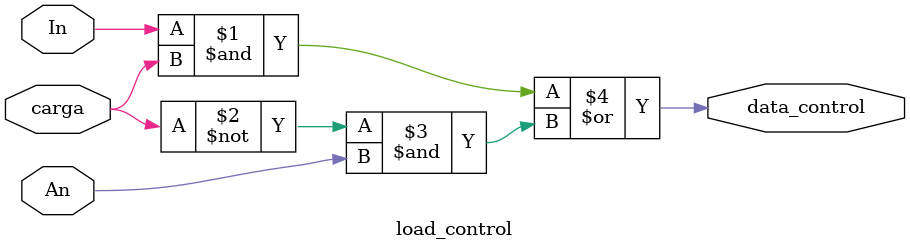
<source format=v>

module load_control(
    input carga, In, An,
    output data_control
);

    assign data_control = In & carga | ~carga & An;



endmodule
</source>
